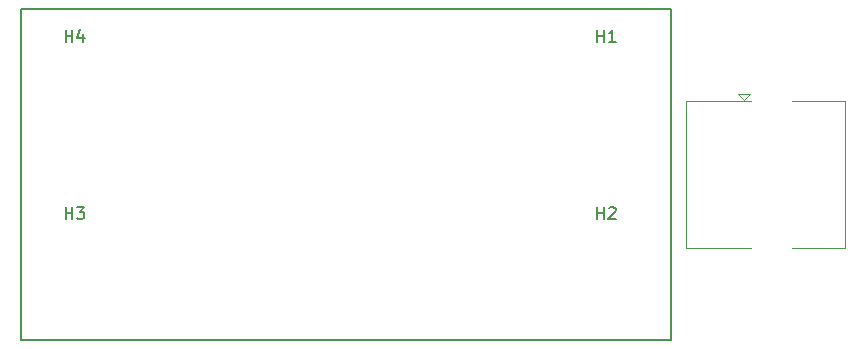
<source format=gbr>
%TF.GenerationSoftware,KiCad,Pcbnew,(6.0.7)*%
%TF.CreationDate,2022-11-27T14:48:19+01:00*%
%TF.ProjectId,LOOCBaseSystem,4c4f4f43-4261-4736-9553-797374656d2e,rev?*%
%TF.SameCoordinates,Original*%
%TF.FileFunction,Legend,Top*%
%TF.FilePolarity,Positive*%
%FSLAX46Y46*%
G04 Gerber Fmt 4.6, Leading zero omitted, Abs format (unit mm)*
G04 Created by KiCad (PCBNEW (6.0.7)) date 2022-11-27 14:48:19*
%MOMM*%
%LPD*%
G01*
G04 APERTURE LIST*
%ADD10C,0.150000*%
%ADD11C,0.127000*%
%ADD12C,0.120000*%
G04 APERTURE END LIST*
D10*
%TO.C,H4*%
X104238095Y-103752380D02*
X104238095Y-102752380D01*
X104238095Y-103228571D02*
X104809523Y-103228571D01*
X104809523Y-103752380D02*
X104809523Y-102752380D01*
X105714285Y-103085714D02*
X105714285Y-103752380D01*
X105476190Y-102704761D02*
X105238095Y-103419047D01*
X105857142Y-103419047D01*
%TO.C,H3*%
X104238095Y-118752380D02*
X104238095Y-117752380D01*
X104238095Y-118228571D02*
X104809523Y-118228571D01*
X104809523Y-118752380D02*
X104809523Y-117752380D01*
X105190476Y-117752380D02*
X105809523Y-117752380D01*
X105476190Y-118133333D01*
X105619047Y-118133333D01*
X105714285Y-118180952D01*
X105761904Y-118228571D01*
X105809523Y-118323809D01*
X105809523Y-118561904D01*
X105761904Y-118657142D01*
X105714285Y-118704761D01*
X105619047Y-118752380D01*
X105333333Y-118752380D01*
X105238095Y-118704761D01*
X105190476Y-118657142D01*
%TO.C,H2*%
X149238095Y-118752380D02*
X149238095Y-117752380D01*
X149238095Y-118228571D02*
X149809523Y-118228571D01*
X149809523Y-118752380D02*
X149809523Y-117752380D01*
X150238095Y-117847619D02*
X150285714Y-117800000D01*
X150380952Y-117752380D01*
X150619047Y-117752380D01*
X150714285Y-117800000D01*
X150761904Y-117847619D01*
X150809523Y-117942857D01*
X150809523Y-118038095D01*
X150761904Y-118180952D01*
X150190476Y-118752380D01*
X150809523Y-118752380D01*
%TO.C,H1*%
X149238095Y-103752380D02*
X149238095Y-102752380D01*
X149238095Y-103228571D02*
X149809523Y-103228571D01*
X149809523Y-103752380D02*
X149809523Y-102752380D01*
X150809523Y-103752380D02*
X150238095Y-103752380D01*
X150523809Y-103752380D02*
X150523809Y-102752380D01*
X150428571Y-102895238D01*
X150333333Y-102990476D01*
X150238095Y-103038095D01*
D11*
%TO.C,U1*%
X155500000Y-101000000D02*
X100500000Y-101000000D01*
X155500000Y-101000000D02*
X155500000Y-129000000D01*
X155500000Y-129000000D02*
X100500000Y-129000000D01*
X100500000Y-101000000D02*
X100500000Y-129000000D01*
D12*
%TO.C,J1*%
X162200000Y-108190000D02*
X161700000Y-108690000D01*
X156800000Y-121200000D02*
X156800000Y-108800000D01*
X161200000Y-108190000D02*
X162200000Y-108190000D01*
X156800000Y-108800000D02*
X162270000Y-108800000D01*
X170200000Y-121200000D02*
X165730000Y-121200000D01*
X170200000Y-108800000D02*
X170200000Y-121200000D01*
X170200000Y-108800000D02*
X165730000Y-108800000D01*
X162270000Y-121200000D02*
X156800000Y-121200000D01*
X161700000Y-108690000D02*
X161200000Y-108190000D01*
%TD*%
M02*

</source>
